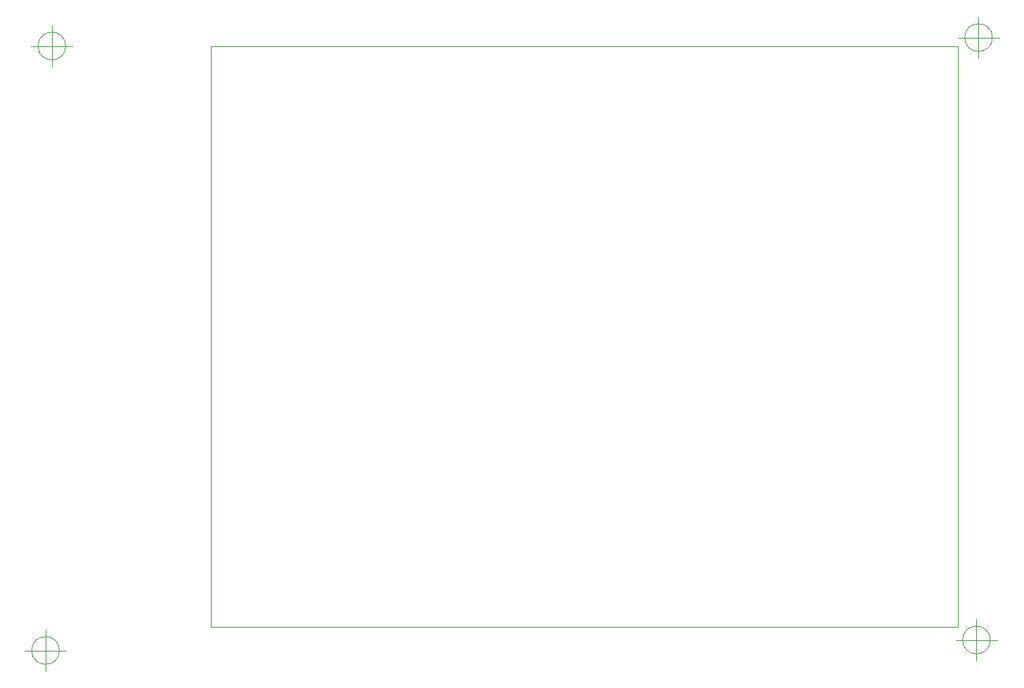
<source format=gm1>
G04 #@! TF.FileFunction,Profile,NP*
%FSLAX46Y46*%
G04 Gerber Fmt 4.6, Leading zero omitted, Abs format (unit mm)*
G04 Created by KiCad (PCBNEW 4.0.6) date Thursday, 23 November 2017 'AMt' 10:57:15*
%MOMM*%
%LPD*%
G01*
G04 APERTURE LIST*
%ADD10C,0.100000*%
G04 APERTURE END LIST*
D10*
X71770666Y-117856000D02*
G75*
G03X71770666Y-117856000I-1666666J0D01*
G01*
X67604000Y-117856000D02*
X72604000Y-117856000D01*
X70104000Y-115356000D02*
X70104000Y-120356000D01*
X183911666Y-116586000D02*
G75*
G03X183911666Y-116586000I-1666666J0D01*
G01*
X179745000Y-116586000D02*
X184745000Y-116586000D01*
X182245000Y-114086000D02*
X182245000Y-119086000D01*
X184165666Y-43942000D02*
G75*
G03X184165666Y-43942000I-1666666J0D01*
G01*
X179999000Y-43942000D02*
X184999000Y-43942000D01*
X182499000Y-41442000D02*
X182499000Y-46442000D01*
X72532666Y-44958000D02*
G75*
G03X72532666Y-44958000I-1666666J0D01*
G01*
X68366000Y-44958000D02*
X73366000Y-44958000D01*
X70866000Y-42458000D02*
X70866000Y-47458000D01*
X90000000Y-46000000D02*
X90000000Y-45000000D01*
X90000000Y-115000000D02*
X90000000Y-46000000D01*
X180000000Y-115000000D02*
X90000000Y-115000000D01*
X180000000Y-45000000D02*
X180000000Y-115000000D01*
X90000000Y-45000000D02*
X180000000Y-45000000D01*
M02*

</source>
